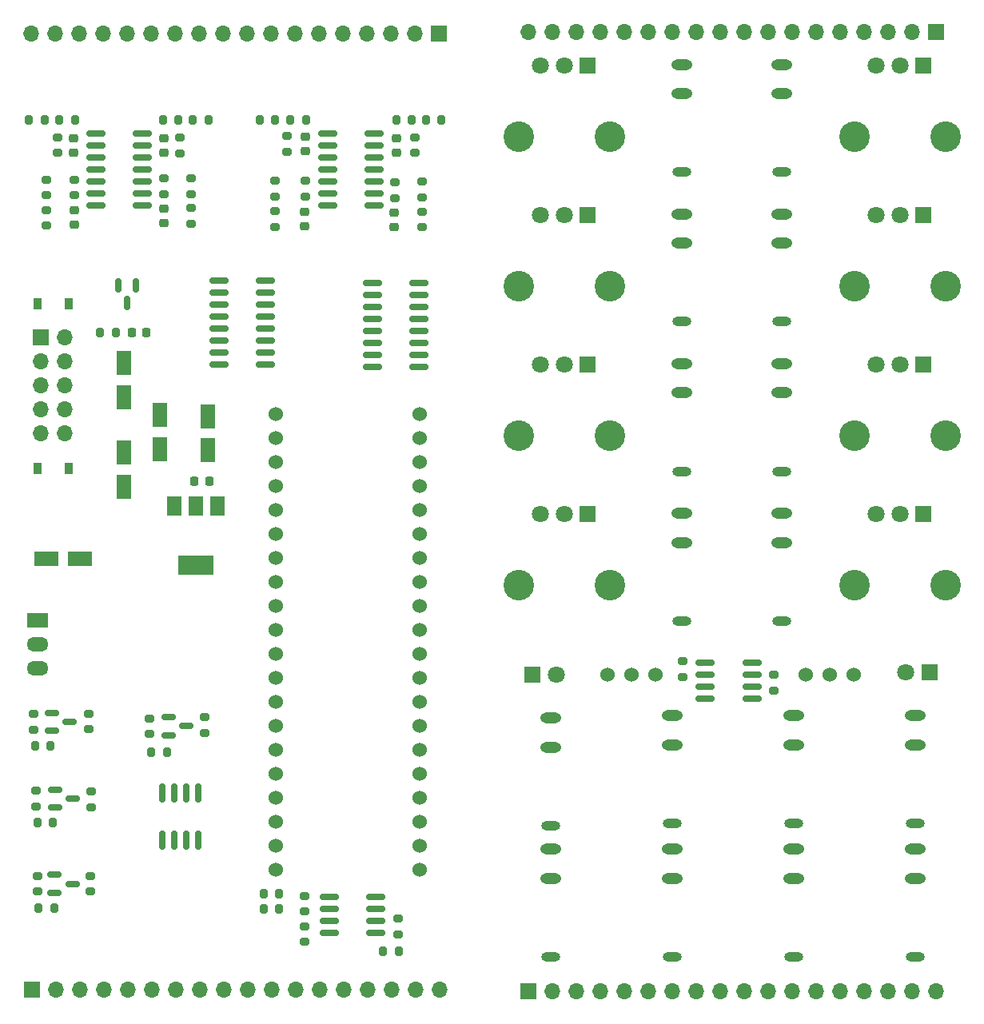
<source format=gts>
%TF.GenerationSoftware,KiCad,Pcbnew,(6.0.0-0)*%
%TF.CreationDate,2022-10-28T21:20:00-04:00*%
%TF.ProjectId,daisy_hardware_v1,64616973-795f-4686-9172-64776172655f,rev?*%
%TF.SameCoordinates,Original*%
%TF.FileFunction,Soldermask,Top*%
%TF.FilePolarity,Negative*%
%FSLAX46Y46*%
G04 Gerber Fmt 4.6, Leading zero omitted, Abs format (unit mm)*
G04 Created by KiCad (PCBNEW (6.0.0-0)) date 2022-10-28 21:20:00*
%MOMM*%
%LPD*%
G01*
G04 APERTURE LIST*
G04 Aperture macros list*
%AMRoundRect*
0 Rectangle with rounded corners*
0 $1 Rounding radius*
0 $2 $3 $4 $5 $6 $7 $8 $9 X,Y pos of 4 corners*
0 Add a 4 corners polygon primitive as box body*
4,1,4,$2,$3,$4,$5,$6,$7,$8,$9,$2,$3,0*
0 Add four circle primitives for the rounded corners*
1,1,$1+$1,$2,$3*
1,1,$1+$1,$4,$5*
1,1,$1+$1,$6,$7*
1,1,$1+$1,$8,$9*
0 Add four rect primitives between the rounded corners*
20,1,$1+$1,$2,$3,$4,$5,0*
20,1,$1+$1,$4,$5,$6,$7,0*
20,1,$1+$1,$6,$7,$8,$9,0*
20,1,$1+$1,$8,$9,$2,$3,0*%
G04 Aperture macros list end*
%ADD10R,1.700000X1.700000*%
%ADD11O,1.700000X1.700000*%
%ADD12R,0.900000X1.200000*%
%ADD13O,2.216000X1.108000*%
%ADD14O,2.016000X1.008000*%
%ADD15RoundRect,0.250000X0.550000X-1.050000X0.550000X1.050000X-0.550000X1.050000X-0.550000X-1.050000X0*%
%ADD16RoundRect,0.200000X0.275000X-0.200000X0.275000X0.200000X-0.275000X0.200000X-0.275000X-0.200000X0*%
%ADD17RoundRect,0.200000X-0.200000X-0.275000X0.200000X-0.275000X0.200000X0.275000X-0.200000X0.275000X0*%
%ADD18RoundRect,0.225000X0.250000X-0.225000X0.250000X0.225000X-0.250000X0.225000X-0.250000X-0.225000X0*%
%ADD19RoundRect,0.200000X-0.275000X0.200000X-0.275000X-0.200000X0.275000X-0.200000X0.275000X0.200000X0*%
%ADD20RoundRect,0.225000X-0.250000X0.225000X-0.250000X-0.225000X0.250000X-0.225000X0.250000X0.225000X0*%
%ADD21C,3.240000*%
%ADD22R,1.800000X1.800000*%
%ADD23C,1.800000*%
%ADD24RoundRect,0.250000X-0.550000X1.050000X-0.550000X-1.050000X0.550000X-1.050000X0.550000X1.050000X0*%
%ADD25RoundRect,0.200000X0.200000X0.275000X-0.200000X0.275000X-0.200000X-0.275000X0.200000X-0.275000X0*%
%ADD26RoundRect,0.150000X-0.587500X-0.150000X0.587500X-0.150000X0.587500X0.150000X-0.587500X0.150000X0*%
%ADD27RoundRect,0.225000X-0.225000X-0.250000X0.225000X-0.250000X0.225000X0.250000X-0.225000X0.250000X0*%
%ADD28RoundRect,0.150000X-0.150000X0.587500X-0.150000X-0.587500X0.150000X-0.587500X0.150000X0.587500X0*%
%ADD29RoundRect,0.150000X-0.825000X-0.150000X0.825000X-0.150000X0.825000X0.150000X-0.825000X0.150000X0*%
%ADD30R,1.500000X2.000000*%
%ADD31R,3.800000X2.000000*%
%ADD32RoundRect,0.150000X0.825000X0.150000X-0.825000X0.150000X-0.825000X-0.150000X0.825000X-0.150000X0*%
%ADD33RoundRect,0.250000X1.050000X0.550000X-1.050000X0.550000X-1.050000X-0.550000X1.050000X-0.550000X0*%
%ADD34C,1.524000*%
%ADD35RoundRect,0.150000X0.150000X-0.825000X0.150000X0.825000X-0.150000X0.825000X-0.150000X-0.825000X0*%
%ADD36R,2.300000X1.500000*%
%ADD37O,2.300000X1.500000*%
G04 APERTURE END LIST*
D10*
%TO.C,J1*%
X39925000Y-307125000D03*
D11*
X42465000Y-307125000D03*
X39925000Y-309665000D03*
X42465000Y-309665000D03*
X39925000Y-312205000D03*
X42465000Y-312205000D03*
X39925000Y-314745000D03*
X42465000Y-314745000D03*
X39925000Y-317285000D03*
X42465000Y-317285000D03*
%TD*%
D12*
%TO.C,D4*%
X42900000Y-321000000D03*
X39600000Y-321000000D03*
%TD*%
%TO.C,D3*%
X42900000Y-303600000D03*
X39600000Y-303600000D03*
%TD*%
D13*
%TO.C,J13*%
X107870333Y-294079999D03*
X107870333Y-297179999D03*
D14*
X107870333Y-305479999D03*
%TD*%
D15*
%TO.C,C15*%
X57620000Y-319091000D03*
X57620000Y-315491000D03*
%TD*%
D13*
%TO.C,J15*%
X118443666Y-278244000D03*
X118443666Y-281344000D03*
D14*
X118443666Y-289644000D03*
%TD*%
D16*
%TO.C,R22*%
X39556000Y-365841000D03*
X39556000Y-364191000D03*
%TD*%
D17*
%TO.C,R7*%
X63539200Y-366059000D03*
X65189200Y-366059000D03*
%TD*%
D18*
%TO.C,C11*%
X52946800Y-287596000D03*
X52946800Y-286046000D03*
%TD*%
D13*
%TO.C,J14*%
X107870333Y-309915998D03*
X107870333Y-313015998D03*
D14*
X107870333Y-321315998D03*
%TD*%
D19*
%TO.C,R15*%
X117602000Y-342900000D03*
X117602000Y-344550000D03*
%TD*%
D20*
%TO.C,C10*%
X77377600Y-293896200D03*
X77377600Y-295446200D03*
%TD*%
D21*
%TO.C,RV1*%
X135737000Y-285874000D03*
X126137000Y-285874000D03*
D22*
X133437000Y-278374000D03*
D23*
X130937000Y-278374000D03*
X128437000Y-278374000D03*
%TD*%
D19*
%TO.C,R23*%
X45144000Y-364191000D03*
X45144000Y-365841000D03*
%TD*%
D24*
%TO.C,C2*%
X48730000Y-319329800D03*
X48730000Y-322929800D03*
%TD*%
D18*
%TO.C,C12*%
X77580800Y-287572200D03*
X77580800Y-286022200D03*
%TD*%
D19*
%TO.C,R20*%
X45018000Y-346984000D03*
X45018000Y-348634000D03*
%TD*%
%TO.C,R3*%
X67878000Y-369525000D03*
X67878000Y-371175000D03*
%TD*%
D22*
%TO.C,D1*%
X91960000Y-342900000D03*
D23*
X94500000Y-342900000D03*
%TD*%
D16*
%TO.C,R10*%
X51431000Y-349140000D03*
X51431000Y-347490000D03*
%TD*%
D13*
%TO.C,J10*%
X119718666Y-347215000D03*
X119718666Y-350315000D03*
D14*
X119718666Y-358615000D03*
%TD*%
D16*
%TO.C,R47*%
X79562000Y-287609000D03*
X79562000Y-285959000D03*
%TD*%
D25*
%TO.C,R4*%
X77847000Y-372128000D03*
X76197000Y-372128000D03*
%TD*%
D21*
%TO.C,RV3*%
X100177000Y-317546000D03*
X90577000Y-317546000D03*
D22*
X97877000Y-310046000D03*
D23*
X95377000Y-310046000D03*
X92877000Y-310046000D03*
%TD*%
D19*
%TO.C,R36*%
X64779200Y-290544200D03*
X64779200Y-292194200D03*
%TD*%
D18*
%TO.C,C5*%
X43404800Y-287607400D03*
X43404800Y-286057400D03*
%TD*%
D21*
%TO.C,RV5*%
X100177000Y-301710000D03*
X90577000Y-301710000D03*
D22*
X97877000Y-294210000D03*
D23*
X95377000Y-294210000D03*
X92877000Y-294210000D03*
%TD*%
D13*
%TO.C,J3*%
X93980000Y-361312000D03*
X93980000Y-364412000D03*
D14*
X93980000Y-372712000D03*
%TD*%
D16*
%TO.C,R19*%
X39176000Y-348697000D03*
X39176000Y-347047000D03*
%TD*%
D19*
%TO.C,R32*%
X55850800Y-293435000D03*
X55850800Y-295085000D03*
%TD*%
D17*
%TO.C,R25*%
X38668200Y-284104800D03*
X40318200Y-284104800D03*
%TD*%
D19*
%TO.C,R31*%
X52955200Y-290294400D03*
X52955200Y-291944400D03*
%TD*%
%TO.C,R37*%
X67979600Y-290544200D03*
X67979600Y-292194200D03*
%TD*%
D18*
%TO.C,C8*%
X67979600Y-287419800D03*
X67979600Y-285869800D03*
%TD*%
D19*
%TO.C,R39*%
X80324000Y-290659000D03*
X80324000Y-292309000D03*
%TD*%
D26*
%TO.C,Q3*%
X41480166Y-355050000D03*
X41480166Y-356950000D03*
X43355166Y-356000000D03*
%TD*%
D19*
%TO.C,R38*%
X64728400Y-293795400D03*
X64728400Y-295445400D03*
%TD*%
%TO.C,R41*%
X80324000Y-293833000D03*
X80324000Y-295483000D03*
%TD*%
D13*
%TO.C,J18*%
X107870333Y-325751998D03*
X107870333Y-328851998D03*
D14*
X107870333Y-337151998D03*
%TD*%
D21*
%TO.C,RV2*%
X135737000Y-301710000D03*
X126137000Y-301710000D03*
D22*
X133437000Y-294210000D03*
D23*
X130937000Y-294210000D03*
X128437000Y-294210000D03*
%TD*%
D19*
%TO.C,R28*%
X43455600Y-290434600D03*
X43455600Y-292084600D03*
%TD*%
D17*
%TO.C,R42*%
X52862600Y-284104800D03*
X54512600Y-284104800D03*
%TD*%
%TO.C,R9*%
X51622000Y-351046000D03*
X53272000Y-351046000D03*
%TD*%
D27*
%TO.C,C14*%
X56210000Y-322371000D03*
X57760000Y-322371000D03*
%TD*%
D20*
%TO.C,C7*%
X52960000Y-293485000D03*
X52960000Y-295035000D03*
%TD*%
D25*
%TO.C,R34*%
X68004000Y-284104800D03*
X66354000Y-284104800D03*
%TD*%
D17*
%TO.C,R21*%
X39684000Y-367556000D03*
X41334000Y-367556000D03*
%TD*%
D13*
%TO.C,J12*%
X107870333Y-278244000D03*
X107870333Y-281344000D03*
D14*
X107870333Y-289644000D03*
%TD*%
D15*
%TO.C,C1*%
X48730000Y-313474200D03*
X48730000Y-309874200D03*
%TD*%
D28*
%TO.C,U5*%
X50032000Y-301594500D03*
X48132000Y-301594500D03*
X49082000Y-303469500D03*
%TD*%
D29*
%TO.C,U6*%
X45755800Y-285514000D03*
X45755800Y-286784000D03*
X45755800Y-288054000D03*
X45755800Y-289324000D03*
X45755800Y-290594000D03*
X45755800Y-291864000D03*
X45755800Y-293134000D03*
X50705800Y-293134000D03*
X50705800Y-291864000D03*
X50705800Y-290594000D03*
X50705800Y-289324000D03*
X50705800Y-288054000D03*
X50705800Y-286784000D03*
X50705800Y-285514000D03*
%TD*%
D19*
%TO.C,R11*%
X57273000Y-347364000D03*
X57273000Y-349014000D03*
%TD*%
D13*
%TO.C,J16*%
X118443666Y-294080000D03*
X118443666Y-297180000D03*
D14*
X118443666Y-305480000D03*
%TD*%
D17*
%TO.C,R6*%
X63539200Y-367710000D03*
X65189200Y-367710000D03*
%TD*%
D15*
%TO.C,C13*%
X52540000Y-318986000D03*
X52540000Y-315386000D03*
%TD*%
D13*
%TO.C,J17*%
X118443666Y-309916000D03*
X118443666Y-313016000D03*
D14*
X118443666Y-321316000D03*
%TD*%
D26*
%TO.C,Q6*%
X41412500Y-364066000D03*
X41412500Y-365966000D03*
X43287500Y-365016000D03*
%TD*%
D30*
%TO.C,U10*%
X58650000Y-324961000D03*
X56350000Y-324961000D03*
X54050000Y-324961000D03*
D31*
X56350000Y-331261000D03*
%TD*%
D13*
%TO.C,J7*%
X93980000Y-347444500D03*
X93980000Y-350544500D03*
D14*
X93980000Y-358844500D03*
%TD*%
D19*
%TO.C,R40*%
X77428400Y-290710600D03*
X77428400Y-292360600D03*
%TD*%
D26*
%TO.C,Q2*%
X53463000Y-347368000D03*
X53463000Y-349268000D03*
X55338000Y-348318000D03*
%TD*%
D19*
%TO.C,R8*%
X107950000Y-341440000D03*
X107950000Y-343090000D03*
%TD*%
D13*
%TO.C,J4*%
X106849333Y-361312000D03*
X106849333Y-364412000D03*
D14*
X106849333Y-372712000D03*
%TD*%
D21*
%TO.C,RV4*%
X90577000Y-333382000D03*
X100177000Y-333382000D03*
D22*
X97877000Y-325882000D03*
D23*
X95377000Y-325882000D03*
X92877000Y-325882000D03*
%TD*%
D32*
%TO.C,U3*%
X80005000Y-310279000D03*
X80005000Y-309009000D03*
X80005000Y-307739000D03*
X80005000Y-306469000D03*
X80005000Y-305199000D03*
X80005000Y-303929000D03*
X80005000Y-302659000D03*
X80005000Y-301389000D03*
X75055000Y-301389000D03*
X75055000Y-302659000D03*
X75055000Y-303929000D03*
X75055000Y-305199000D03*
X75055000Y-306469000D03*
X75055000Y-307739000D03*
X75055000Y-309009000D03*
X75055000Y-310279000D03*
%TD*%
D20*
%TO.C,C6*%
X43455600Y-293685000D03*
X43455600Y-295235000D03*
%TD*%
D16*
%TO.C,R44*%
X54670000Y-287646000D03*
X54670000Y-285996000D03*
%TD*%
D29*
%TO.C,U4*%
X58799000Y-301135000D03*
X58799000Y-302405000D03*
X58799000Y-303675000D03*
X58799000Y-304945000D03*
X58799000Y-306215000D03*
X58799000Y-307485000D03*
X58799000Y-308755000D03*
X58799000Y-310025000D03*
X63749000Y-310025000D03*
X63749000Y-308755000D03*
X63749000Y-307485000D03*
X63749000Y-306215000D03*
X63749000Y-304945000D03*
X63749000Y-303675000D03*
X63749000Y-302405000D03*
X63749000Y-301135000D03*
%TD*%
D27*
%TO.C,C4*%
X49564000Y-306596000D03*
X51114000Y-306596000D03*
%TD*%
D16*
%TO.C,R26*%
X41716000Y-287607400D03*
X41716000Y-285957400D03*
%TD*%
D33*
%TO.C,C3*%
X44107200Y-330549800D03*
X40507200Y-330549800D03*
%TD*%
D16*
%TO.C,R13*%
X39430000Y-356825000D03*
X39430000Y-355175000D03*
%TD*%
D26*
%TO.C,Q5*%
X41111000Y-346922000D03*
X41111000Y-348822000D03*
X42986000Y-347872000D03*
%TD*%
D25*
%TO.C,R43*%
X57687600Y-284104800D03*
X56037600Y-284104800D03*
%TD*%
D21*
%TO.C,RV7*%
X126137000Y-333382000D03*
X135737000Y-333382000D03*
D22*
X133437000Y-325882000D03*
D23*
X130937000Y-325882000D03*
X128437000Y-325882000D03*
%TD*%
D32*
%TO.C,U11*%
X115251000Y-345440000D03*
X115251000Y-344170000D03*
X115251000Y-342900000D03*
X115251000Y-341630000D03*
X110301000Y-341630000D03*
X110301000Y-342900000D03*
X110301000Y-344170000D03*
X110301000Y-345440000D03*
%TD*%
D17*
%TO.C,R46*%
X77580800Y-284104800D03*
X79230800Y-284104800D03*
%TD*%
D13*
%TO.C,J2*%
X119718666Y-361312000D03*
X119718666Y-364412000D03*
D14*
X119718666Y-372712000D03*
%TD*%
D19*
%TO.C,R14*%
X45272000Y-355238000D03*
X45272000Y-356888000D03*
%TD*%
%TO.C,R2*%
X77784000Y-368700000D03*
X77784000Y-370350000D03*
%TD*%
D34*
%TO.C,SW1*%
X99960000Y-342900000D03*
X102500000Y-342900000D03*
X105040000Y-342900000D03*
%TD*%
D13*
%TO.C,J19*%
X118443666Y-325752000D03*
X118443666Y-328852000D03*
D14*
X118443666Y-337152000D03*
%TD*%
D32*
%TO.C,U2*%
X75433000Y-370223000D03*
X75433000Y-368953000D03*
X75433000Y-367683000D03*
X75433000Y-366413000D03*
X70483000Y-366413000D03*
X70483000Y-367683000D03*
X70483000Y-368953000D03*
X70483000Y-370223000D03*
%TD*%
D13*
%TO.C,J11*%
X132588000Y-347215000D03*
X132588000Y-350315000D03*
D14*
X132588000Y-358615000D03*
%TD*%
D21*
%TO.C,RV8*%
X100177000Y-285874000D03*
X90577000Y-285874000D03*
D22*
X97877000Y-278374000D03*
D23*
X95377000Y-278374000D03*
X92877000Y-278374000D03*
%TD*%
D19*
%TO.C,R29*%
X40560000Y-293635000D03*
X40560000Y-295285000D03*
%TD*%
D20*
%TO.C,C9*%
X67878000Y-293845400D03*
X67878000Y-295395400D03*
%TD*%
D19*
%TO.C,R30*%
X55850800Y-290294400D03*
X55850800Y-291944400D03*
%TD*%
D35*
%TO.C,U8*%
X52765000Y-360379000D03*
X54035000Y-360379000D03*
X55305000Y-360379000D03*
X56575000Y-360379000D03*
X56575000Y-355429000D03*
X55305000Y-355429000D03*
X54035000Y-355429000D03*
X52765000Y-355429000D03*
%TD*%
D17*
%TO.C,R18*%
X39304000Y-350412000D03*
X40954000Y-350412000D03*
%TD*%
D13*
%TO.C,J8*%
X106849333Y-347215000D03*
X106849333Y-350315000D03*
D14*
X106849333Y-358615000D03*
%TD*%
D21*
%TO.C,RV6*%
X126137000Y-317546000D03*
X135737000Y-317546000D03*
D22*
X133437000Y-310046000D03*
D23*
X130937000Y-310046000D03*
X128437000Y-310046000D03*
%TD*%
D17*
%TO.C,R5*%
X46225000Y-306596000D03*
X47875000Y-306596000D03*
%TD*%
D16*
%TO.C,R35*%
X66049200Y-287469800D03*
X66049200Y-285819800D03*
%TD*%
D19*
%TO.C,R27*%
X40560000Y-290434600D03*
X40560000Y-292084600D03*
%TD*%
D29*
%TO.C,U7*%
X70292000Y-285514000D03*
X70292000Y-286784000D03*
X70292000Y-288054000D03*
X70292000Y-289324000D03*
X70292000Y-290594000D03*
X70292000Y-291864000D03*
X70292000Y-293134000D03*
X75242000Y-293134000D03*
X75242000Y-291864000D03*
X75242000Y-290594000D03*
X75242000Y-289324000D03*
X75242000Y-288054000D03*
X75242000Y-286784000D03*
X75242000Y-285514000D03*
%TD*%
D19*
%TO.C,R1*%
X67878000Y-366286000D03*
X67878000Y-367936000D03*
%TD*%
D25*
%TO.C,R45*%
X82380400Y-284104800D03*
X80730400Y-284104800D03*
%TD*%
D13*
%TO.C,J5*%
X132588000Y-361312000D03*
X132588000Y-364412000D03*
D14*
X132588000Y-372712000D03*
%TD*%
D22*
%TO.C,D2*%
X134100000Y-342646000D03*
D23*
X131560000Y-342646000D03*
%TD*%
D36*
%TO.C,U9*%
X39586000Y-337128400D03*
D37*
X39586000Y-339668400D03*
X39586000Y-342208400D03*
%TD*%
D34*
%TO.C,U1*%
X64830000Y-315232000D03*
X64830000Y-317772000D03*
X64830000Y-320312000D03*
X64830000Y-322852000D03*
X64830000Y-325392000D03*
X64830000Y-327932000D03*
X64830000Y-330472000D03*
X64830000Y-333012000D03*
X64830000Y-335552000D03*
X64830000Y-338092000D03*
X64830000Y-340632000D03*
X64830000Y-343172000D03*
X64830000Y-345712000D03*
X64830000Y-348252000D03*
X64830000Y-350792000D03*
X64830000Y-353332000D03*
X64830000Y-355872000D03*
X64830000Y-358412000D03*
X64830000Y-360952000D03*
X64830000Y-363492000D03*
X80070000Y-363492000D03*
X80070000Y-360952000D03*
X80070000Y-358412000D03*
X80070000Y-355872000D03*
X80070000Y-353332000D03*
X80070000Y-350792000D03*
X80070000Y-348252000D03*
X80070000Y-345712000D03*
X80070000Y-343172000D03*
X80070000Y-340632000D03*
X80070000Y-338092000D03*
X80070000Y-335552000D03*
X80070000Y-333012000D03*
X80070000Y-330472000D03*
X80070000Y-327932000D03*
X80070000Y-325392000D03*
X80070000Y-322852000D03*
X80070000Y-320312000D03*
X80070000Y-317772000D03*
X80070000Y-315232000D03*
%TD*%
D25*
%TO.C,R24*%
X43571800Y-284104800D03*
X41921800Y-284104800D03*
%TD*%
D17*
%TO.C,R12*%
X39558000Y-358540000D03*
X41208000Y-358540000D03*
%TD*%
%TO.C,R33*%
X63090600Y-284104800D03*
X64740600Y-284104800D03*
%TD*%
D34*
%TO.C,SW2*%
X126040000Y-342900000D03*
X123500000Y-342900000D03*
X120960000Y-342900000D03*
%TD*%
D10*
%TO.C,J21*%
X38976400Y-376193600D03*
D11*
X41516400Y-376193600D03*
X44056400Y-376193600D03*
X46596400Y-376193600D03*
X49136400Y-376193600D03*
X51676400Y-376193600D03*
X54216400Y-376193600D03*
X56756400Y-376193600D03*
X59296400Y-376193600D03*
X61836400Y-376193600D03*
X64376400Y-376193600D03*
X66916400Y-376193600D03*
X69456400Y-376193600D03*
X71996400Y-376193600D03*
X74536400Y-376193600D03*
X77076400Y-376193600D03*
X79616400Y-376193600D03*
X82156400Y-376193600D03*
%TD*%
D10*
%TO.C,J20*%
X82126400Y-274975000D03*
D11*
X79586400Y-274975000D03*
X77046400Y-274975000D03*
X74506400Y-274975000D03*
X71966400Y-274975000D03*
X69426400Y-274975000D03*
X66886400Y-274975000D03*
X64346400Y-274975000D03*
X61806400Y-274975000D03*
X59266400Y-274975000D03*
X56726400Y-274975000D03*
X54186400Y-274975000D03*
X51646400Y-274975000D03*
X49106400Y-274975000D03*
X46566400Y-274975000D03*
X44026400Y-274975000D03*
X41486400Y-274975000D03*
X38946400Y-274975000D03*
%TD*%
D10*
%TO.C,J9*%
X91592400Y-376428000D03*
D11*
X94132400Y-376428000D03*
X96672400Y-376428000D03*
X99212400Y-376428000D03*
X101752400Y-376428000D03*
X104292400Y-376428000D03*
X106832400Y-376428000D03*
X109372400Y-376428000D03*
X111912400Y-376428000D03*
X114452400Y-376428000D03*
X116992400Y-376428000D03*
X119532400Y-376428000D03*
X122072400Y-376428000D03*
X124612400Y-376428000D03*
X127152400Y-376428000D03*
X129692400Y-376428000D03*
X132232400Y-376428000D03*
X134772400Y-376428000D03*
%TD*%
D10*
%TO.C,J6*%
X134742400Y-274828000D03*
D11*
X132202400Y-274828000D03*
X129662400Y-274828000D03*
X127122400Y-274828000D03*
X124582400Y-274828000D03*
X122042400Y-274828000D03*
X119502400Y-274828000D03*
X116962400Y-274828000D03*
X114422400Y-274828000D03*
X111882400Y-274828000D03*
X109342400Y-274828000D03*
X106802400Y-274828000D03*
X104262400Y-274828000D03*
X101722400Y-274828000D03*
X99182400Y-274828000D03*
X96642400Y-274828000D03*
X94102400Y-274828000D03*
X91562400Y-274828000D03*
%TD*%
M02*

</source>
